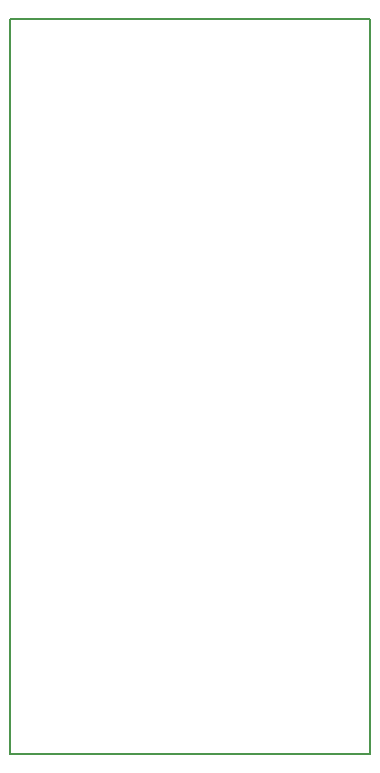
<source format=gm1>
G04 #@! TF.FileFunction,Profile,NP*
%FSLAX46Y46*%
G04 Gerber Fmt 4.6, Leading zero omitted, Abs format (unit mm)*
G04 Created by KiCad (PCBNEW 4.0.4-stable) date 09/22/16 21:37:27*
%MOMM*%
%LPD*%
G01*
G04 APERTURE LIST*
%ADD10C,0.100000*%
%ADD11C,0.150000*%
G04 APERTURE END LIST*
D10*
D11*
X133350000Y-58420000D02*
X102870000Y-58420000D01*
X133350000Y-120650000D02*
X133350000Y-58420000D01*
X102870000Y-120650000D02*
X133350000Y-120650000D01*
X102870000Y-58420000D02*
X102870000Y-120650000D01*
M02*

</source>
